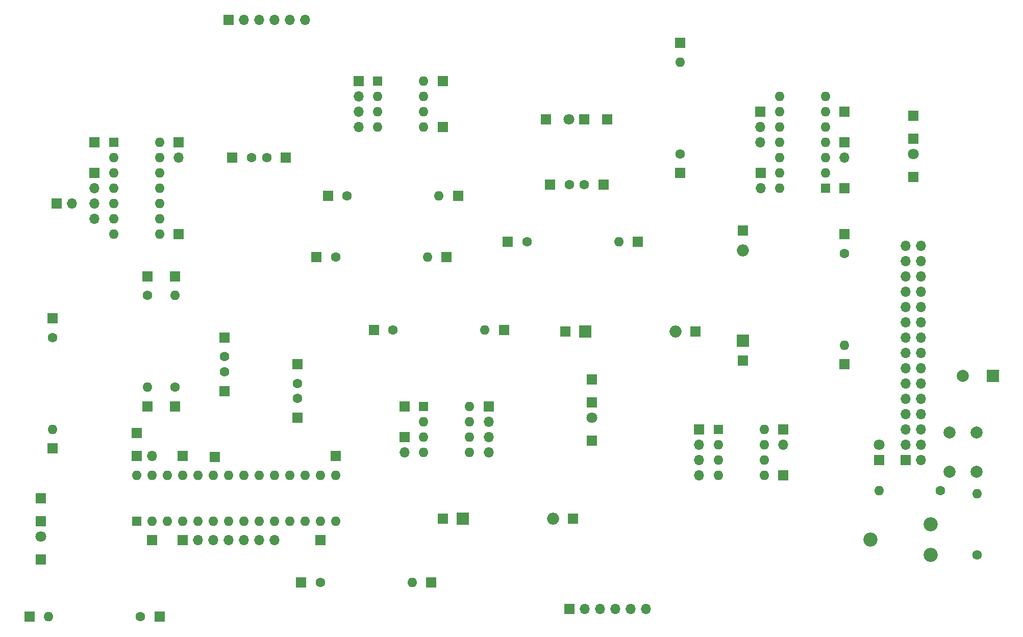
<source format=gbr>
%TF.GenerationSoftware,KiCad,Pcbnew,(6.0.5)*%
%TF.CreationDate,2022-06-11T19:23:14+02:00*%
%TF.ProjectId,advanced,61647661-6e63-4656-942e-6b696361645f,rev?*%
%TF.SameCoordinates,Original*%
%TF.FileFunction,Soldermask,Top*%
%TF.FilePolarity,Negative*%
%FSLAX46Y46*%
G04 Gerber Fmt 4.6, Leading zero omitted, Abs format (unit mm)*
G04 Created by KiCad (PCBNEW (6.0.5)) date 2022-06-11 19:23:14*
%MOMM*%
%LPD*%
G01*
G04 APERTURE LIST*
%ADD10R,1.700000X1.700000*%
%ADD11O,1.700000X1.700000*%
%ADD12C,1.600000*%
%ADD13O,1.600000X1.600000*%
%ADD14R,1.600000X1.600000*%
%ADD15C,2.000000*%
%ADD16R,2.000000X2.000000*%
%ADD17O,2.000000X2.000000*%
%ADD18R,1.800000X1.800000*%
%ADD19C,1.800000*%
%ADD20C,2.340000*%
G04 APERTURE END LIST*
D10*
%TO.C, *%
X247015000Y-82550000D03*
%TD*%
%TO.C, *%
X208280000Y-81915000D03*
%TD*%
%TO.C, *%
X162560000Y-120650000D03*
%TD*%
%TO.C,REF\u002A\u002A*%
X189890000Y-154280000D03*
D11*
X192430000Y-154280000D03*
X194970000Y-154280000D03*
X197510000Y-154280000D03*
X200050000Y-154280000D03*
X202590000Y-154280000D03*
%TD*%
D10*
%TO.C, *%
X247015000Y-72390000D03*
%TD*%
%TO.C, *%
X179070000Y-107950000D03*
%TD*%
D12*
%TO.C,R1*%
X119888000Y-102235000D03*
D13*
X119888000Y-117475000D03*
%TD*%
D10*
%TO.C, *%
X167005000Y-149860000D03*
%TD*%
%TO.C, *%
X235585000Y-84455000D03*
%TD*%
%TO.C,REF\u002A\u002A*%
X133350000Y-56515000D03*
D11*
X135890000Y-56515000D03*
X138430000Y-56515000D03*
X140970000Y-56515000D03*
X143510000Y-56515000D03*
X146050000Y-56515000D03*
%TD*%
D10*
%TO.C, *%
X186670000Y-83820000D03*
%TD*%
%TO.C,REF\u002A\u002A*%
X125730000Y-142875000D03*
D11*
X128270000Y-142875000D03*
X130810000Y-142875000D03*
X133350000Y-142875000D03*
X135890000Y-142875000D03*
X138430000Y-142875000D03*
X140970000Y-142875000D03*
%TD*%
D14*
%TO.C,U3*%
X158125000Y-66685000D03*
D13*
X158125000Y-69225000D03*
X158125000Y-71765000D03*
X158125000Y-74305000D03*
X165745000Y-74305000D03*
X165745000Y-71765000D03*
X165745000Y-69225000D03*
X165745000Y-66685000D03*
%TD*%
D12*
%TO.C,R9*%
X160655000Y-107950000D03*
D13*
X175895000Y-107950000D03*
%TD*%
D10*
%TO.C,REF\u002A\u002A*%
X221615000Y-71755000D03*
D11*
X221615000Y-74295000D03*
X221615000Y-76835000D03*
%TD*%
D10*
%TO.C, *%
X168910000Y-66675000D03*
%TD*%
%TO.C, *%
X235585000Y-113665000D03*
%TD*%
%TO.C, *%
X124460000Y-120650000D03*
%TD*%
%TO.C, *%
X193675001Y-116204999D03*
%TD*%
%TO.C,REF\u002A\u002A*%
X162560000Y-125730000D03*
D11*
X162560000Y-128270000D03*
%TD*%
D15*
%TO.C,RESET*%
X257520000Y-125020000D03*
X257520000Y-131520000D03*
X253020000Y-125020000D03*
X253020000Y-131520000D03*
%TD*%
D16*
%TO.C,C6*%
X192525000Y-108192500D03*
D17*
X207525000Y-108192500D03*
%TD*%
D10*
%TO.C, *%
X225425000Y-132080000D03*
%TD*%
D18*
%TO.C,LED*%
X241300000Y-129540000D03*
D19*
X241300000Y-127000000D03*
%TD*%
D10*
%TO.C,REF\u002A\u002A*%
X211455000Y-124460000D03*
D11*
X211455000Y-127000000D03*
X211455000Y-129540000D03*
X211455000Y-132080000D03*
%TD*%
D10*
%TO.C, *%
X193675001Y-126364999D03*
%TD*%
%TO.C, *%
X148590000Y-142875000D03*
%TD*%
D14*
%TO.C,U5*%
X232400000Y-84460000D03*
D13*
X232400000Y-81920000D03*
X232400000Y-79380000D03*
X232400000Y-76840000D03*
X232400000Y-74300000D03*
X232400000Y-71760000D03*
X232400000Y-69220000D03*
X224780000Y-69220000D03*
X224780000Y-71760000D03*
X224780000Y-74300000D03*
X224780000Y-76840000D03*
X224780000Y-79380000D03*
X224780000Y-81920000D03*
X224780000Y-84460000D03*
%TD*%
D12*
%TO.C,R3*%
X118745000Y-155575000D03*
D13*
X103505000Y-155575000D03*
%TD*%
D10*
%TO.C, *%
X125095000Y-92075000D03*
%TD*%
D16*
%TO.C,C8*%
X218682500Y-109735000D03*
D17*
X218682500Y-94735000D03*
%TD*%
D10*
%TO.C, *%
X151130000Y-128905000D03*
%TD*%
D12*
%TO.C,R7*%
X182880000Y-93345000D03*
D13*
X198120000Y-93345000D03*
%TD*%
D10*
%TO.C,REF\u002A\u002A*%
X154940000Y-66675000D03*
D11*
X154940000Y-69215000D03*
X154940000Y-71755000D03*
X154940000Y-74295000D03*
%TD*%
D10*
%TO.C, *%
X218682500Y-113030000D03*
%TD*%
D14*
%TO.C,U2*%
X118120000Y-139690000D03*
D13*
X120660000Y-139690000D03*
X123200000Y-139690000D03*
X125740000Y-139690000D03*
X128280000Y-139690000D03*
X130820000Y-139690000D03*
X133360000Y-139690000D03*
X135900000Y-139690000D03*
X138440000Y-139690000D03*
X140980000Y-139690000D03*
X143520000Y-139690000D03*
X146060000Y-139690000D03*
X148600000Y-139690000D03*
X151140000Y-139690000D03*
X151140000Y-132070000D03*
X148600000Y-132070000D03*
X146060000Y-132070000D03*
X143520000Y-132070000D03*
X140980000Y-132070000D03*
X138440000Y-132070000D03*
X135900000Y-132070000D03*
X133360000Y-132070000D03*
X130820000Y-132070000D03*
X128280000Y-132070000D03*
X125740000Y-132070000D03*
X123200000Y-132070000D03*
X120660000Y-132070000D03*
X118120000Y-132070000D03*
%TD*%
D10*
%TO.C, *%
X119888000Y-99060000D03*
%TD*%
D18*
%TO.C,D3*%
X193675001Y-120014999D03*
D19*
X193675001Y-122554999D03*
%TD*%
D10*
%TO.C, *%
X149860000Y-85725000D03*
%TD*%
%TO.C, *%
X157480000Y-107950000D03*
%TD*%
%TO.C, *%
X201295000Y-93345000D03*
%TD*%
%TO.C,REF\u002A\u002A*%
X221640000Y-81935000D03*
D11*
X221640000Y-84475000D03*
%TD*%
D10*
%TO.C, *%
X210820000Y-108192500D03*
%TD*%
%TO.C, *%
X125730000Y-128905000D03*
%TD*%
%TO.C,REF\u002A\u002A*%
X111125000Y-81915000D03*
D11*
X111125000Y-84455000D03*
X111125000Y-86995000D03*
X111125000Y-89535000D03*
%TD*%
D10*
%TO.C, *%
X132715000Y-109220000D03*
%TD*%
%TO.C, *%
X133985000Y-79375000D03*
%TD*%
%TO.C, *%
X168910000Y-74295000D03*
%TD*%
D12*
%TO.C,R4*%
X151130000Y-95885000D03*
D13*
X166370000Y-95885000D03*
%TD*%
D10*
%TO.C, *%
X124460000Y-99060000D03*
%TD*%
%TO.C,REF\u002A\u002A*%
X176530000Y-120650000D03*
D11*
X176530000Y-123190000D03*
X176530000Y-125730000D03*
X176530000Y-128270000D03*
%TD*%
D12*
%TO.C,C1*%
X132715000Y-112395000D03*
X132715000Y-114895000D03*
%TD*%
D10*
%TO.C, *%
X119888000Y-120650000D03*
%TD*%
D12*
%TO.C,C2*%
X144780000Y-116840000D03*
X144780000Y-119340000D03*
%TD*%
%TO.C,C4*%
X192385000Y-83820000D03*
X189885000Y-83820000D03*
%TD*%
D10*
%TO.C, *%
X235585000Y-71755000D03*
%TD*%
%TO.C, *%
X186055001Y-73024999D03*
%TD*%
%TO.C, *%
X190500000Y-139307500D03*
%TD*%
%TO.C, *%
X218682500Y-91440000D03*
%TD*%
%TO.C, *%
X169545000Y-95885000D03*
%TD*%
%TO.C, *%
X145415000Y-149860000D03*
%TD*%
%TO.C, *%
X208280000Y-60325000D03*
%TD*%
D12*
%TO.C,R (LED)*%
X251460000Y-134620000D03*
D13*
X241300000Y-134620000D03*
%TD*%
D10*
%TO.C, *%
X147955000Y-95885000D03*
%TD*%
%TO.C, *%
X144780000Y-113665000D03*
%TD*%
%TO.C, *%
X171450000Y-85725000D03*
%TD*%
D18*
%TO.C,D4*%
X247015000Y-76200000D03*
D19*
X247015000Y-78740000D03*
%TD*%
D20*
%TO.C,REF\u002A\u002A*%
X249856000Y-140273000D03*
X239856000Y-142773000D03*
X249856000Y-145273000D03*
%TD*%
D10*
%TO.C, *%
X168910000Y-139307500D03*
%TD*%
%TO.C, *%
X179705000Y-93345000D03*
%TD*%
D18*
%TO.C,D2*%
X192405001Y-73024999D03*
D19*
X189865001Y-73024999D03*
%TD*%
D12*
%TO.C,R11*%
X235585000Y-95250000D03*
D13*
X235585000Y-110490000D03*
%TD*%
D10*
%TO.C, *%
X120650000Y-142875000D03*
%TD*%
%TO.C,REF\u002A\u002A*%
X118130000Y-128880000D03*
D11*
X120670000Y-128880000D03*
%TD*%
D10*
%TO.C, *%
X121920000Y-155575000D03*
%TD*%
D14*
%TO.C,U6*%
X214640000Y-124470000D03*
D13*
X214640000Y-127010000D03*
X214640000Y-129550000D03*
X214640000Y-132090000D03*
X222260000Y-132090000D03*
X222260000Y-129550000D03*
X222260000Y-127010000D03*
X222260000Y-124470000D03*
%TD*%
D10*
%TO.C, *%
X100330000Y-155575000D03*
%TD*%
D12*
%TO.C,C3*%
X137180000Y-79375000D03*
X139680000Y-79375000D03*
%TD*%
D16*
%TO.C,C5*%
X172205000Y-139307500D03*
D17*
X187205000Y-139307500D03*
%TD*%
D10*
%TO.C, *%
X144780000Y-122555000D03*
%TD*%
%TO.C,REF\u002A\u002A*%
X125095000Y-76835000D03*
D11*
X125095000Y-79375000D03*
%TD*%
D10*
%TO.C, *%
X102235000Y-135885000D03*
%TD*%
%TO.C, *%
X118110000Y-125095000D03*
%TD*%
%TO.C, *%
X235585000Y-92075000D03*
%TD*%
%TO.C,REF\u002A\u002A*%
X225425000Y-124460000D03*
D11*
X225425000Y-127000000D03*
%TD*%
D10*
%TO.C, *%
X132715000Y-118110000D03*
%TD*%
%TO.C, *%
X104140000Y-106045000D03*
%TD*%
%TO.C, *%
X189230000Y-108192500D03*
%TD*%
D12*
%TO.C,R2*%
X124460000Y-117475000D03*
D13*
X124460000Y-102235000D03*
%TD*%
D10*
%TO.C,REF\u002A\u002A*%
X104795000Y-86970000D03*
D11*
X107335000Y-86970000D03*
%TD*%
D10*
%TO.C, *%
X142875000Y-79375000D03*
%TD*%
D12*
%TO.C,R6*%
X104140000Y-109220000D03*
D13*
X104140000Y-124460000D03*
%TD*%
D16*
%TO.C,PIEZO*%
X260180785Y-115570000D03*
D15*
X255180785Y-115570000D03*
%TD*%
D10*
%TO.C, *%
X131064000Y-129032000D03*
%TD*%
D12*
%TO.C,R5*%
X153035000Y-85725000D03*
D13*
X168275000Y-85725000D03*
%TD*%
D14*
%TO.C,U4*%
X165745000Y-120660000D03*
D13*
X165745000Y-123200000D03*
X165745000Y-125740000D03*
X165745000Y-128280000D03*
X173365000Y-128280000D03*
X173365000Y-125740000D03*
X173365000Y-123200000D03*
X173365000Y-120660000D03*
%TD*%
D10*
%TO.C, *%
X196215001Y-73024999D03*
%TD*%
D12*
%TO.C,R (PIEZO)*%
X257556000Y-145288000D03*
D13*
X257556000Y-135128000D03*
%TD*%
D18*
%TO.C,D1*%
X102235000Y-139695000D03*
D19*
X102235000Y-142235000D03*
%TD*%
D12*
%TO.C,R10*%
X208280000Y-78740000D03*
D13*
X208280000Y-63500000D03*
%TD*%
D10*
%TO.C, *%
X102235000Y-146045000D03*
%TD*%
%TO.C,REF\u002A\u002A*%
X235585000Y-76855000D03*
D11*
X235585000Y-79395000D03*
%TD*%
D10*
%TO.C, *%
X195560000Y-83820000D03*
%TD*%
D12*
%TO.C,R8*%
X148590000Y-149860000D03*
D13*
X163830000Y-149860000D03*
%TD*%
D10*
%TO.C, *%
X104140000Y-127635000D03*
%TD*%
D14*
%TO.C,U1*%
X114310000Y-76830000D03*
D13*
X114310000Y-79370000D03*
X114310000Y-81910000D03*
X114310000Y-84450000D03*
X114310000Y-86990000D03*
X114310000Y-89530000D03*
X114310000Y-92070000D03*
X121930000Y-92070000D03*
X121930000Y-89530000D03*
X121930000Y-86990000D03*
X121930000Y-84450000D03*
X121930000Y-81910000D03*
X121930000Y-79370000D03*
X121930000Y-76830000D03*
%TD*%
D10*
%TO.C, *%
X111125000Y-76835000D03*
%TD*%
%TO.C,REF\u002A\u002A*%
X245740000Y-129535000D03*
D11*
X248280000Y-129535000D03*
X245740000Y-126995000D03*
X248280000Y-126995000D03*
X245740000Y-124455000D03*
X248280000Y-124455000D03*
X245740000Y-121915000D03*
X248280000Y-121915000D03*
X245740000Y-119375000D03*
X248280000Y-119375000D03*
X245740000Y-116835000D03*
X248280000Y-116835000D03*
X245740000Y-114295000D03*
X248280000Y-114295000D03*
X245740000Y-111755000D03*
X248280000Y-111755000D03*
X245740000Y-109215000D03*
X248280000Y-109215000D03*
X245740000Y-106675000D03*
X248280000Y-106675000D03*
X245740000Y-104135000D03*
X248280000Y-104135000D03*
X245740000Y-101595000D03*
X248280000Y-101595000D03*
X245740000Y-99055000D03*
X248280000Y-99055000D03*
X245740000Y-96515000D03*
X248280000Y-96515000D03*
X245740000Y-93975000D03*
X248280000Y-93975000D03*
%TD*%
M02*

</source>
